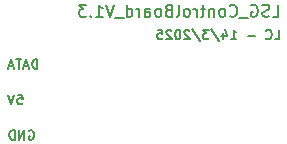
<source format=gbo>
G04 #@! TF.GenerationSoftware,KiCad,Pcbnew,8.0.4*
G04 #@! TF.CreationDate,2025-02-17T13:51:32+11:00*
G04 #@! TF.ProjectId,LSG,4c53472e-6b69-4636-9164-5f7063625858,rev?*
G04 #@! TF.SameCoordinates,Original*
G04 #@! TF.FileFunction,Legend,Bot*
G04 #@! TF.FilePolarity,Positive*
%FSLAX46Y46*%
G04 Gerber Fmt 4.6, Leading zero omitted, Abs format (unit mm)*
G04 Created by KiCad (PCBNEW 8.0.4) date 2025-02-17 13:51:32*
%MOMM*%
%LPD*%
G01*
G04 APERTURE LIST*
%ADD10C,0.160000*%
%ADD11C,0.200000*%
%ADD12C,2.200000*%
%ADD13C,1.000000*%
%ADD14R,1.500000X1.500000*%
%ADD15O,1.700000X1.100000*%
%ADD16R,1.700000X1.700000*%
%ADD17O,1.700000X1.700000*%
G04 APERTURE END LIST*
D10*
X-32245739Y2638224D02*
X-32245739Y3438224D01*
X-32245739Y3438224D02*
X-32436215Y3438224D01*
X-32436215Y3438224D02*
X-32550501Y3400129D01*
X-32550501Y3400129D02*
X-32626691Y3323939D01*
X-32626691Y3323939D02*
X-32664786Y3247748D01*
X-32664786Y3247748D02*
X-32702882Y3095367D01*
X-32702882Y3095367D02*
X-32702882Y2981081D01*
X-32702882Y2981081D02*
X-32664786Y2828700D01*
X-32664786Y2828700D02*
X-32626691Y2752510D01*
X-32626691Y2752510D02*
X-32550501Y2676320D01*
X-32550501Y2676320D02*
X-32436215Y2638224D01*
X-32436215Y2638224D02*
X-32245739Y2638224D01*
X-33007643Y2866796D02*
X-33388596Y2866796D01*
X-32931453Y2638224D02*
X-33198120Y3438224D01*
X-33198120Y3438224D02*
X-33464786Y2638224D01*
X-33617167Y3438224D02*
X-34074310Y3438224D01*
X-33845738Y2638224D02*
X-33845738Y3438224D01*
X-34302881Y2866796D02*
X-34683834Y2866796D01*
X-34226691Y2638224D02*
X-34493358Y3438224D01*
X-34493358Y3438224D02*
X-34760024Y2638224D01*
X-33926691Y438224D02*
X-33545739Y438224D01*
X-33545739Y438224D02*
X-33507643Y57272D01*
X-33507643Y57272D02*
X-33545739Y95367D01*
X-33545739Y95367D02*
X-33621929Y133462D01*
X-33621929Y133462D02*
X-33812405Y133462D01*
X-33812405Y133462D02*
X-33888596Y95367D01*
X-33888596Y95367D02*
X-33926691Y57272D01*
X-33926691Y57272D02*
X-33964786Y-18918D01*
X-33964786Y-18918D02*
X-33964786Y-209394D01*
X-33964786Y-209394D02*
X-33926691Y-285584D01*
X-33926691Y-285584D02*
X-33888596Y-323680D01*
X-33888596Y-323680D02*
X-33812405Y-361775D01*
X-33812405Y-361775D02*
X-33621929Y-361775D01*
X-33621929Y-361775D02*
X-33545739Y-323680D01*
X-33545739Y-323680D02*
X-33507643Y-285584D01*
X-34193358Y438224D02*
X-34460025Y-361775D01*
X-34460025Y-361775D02*
X-34726691Y438224D01*
X-32964786Y-2599870D02*
X-32888596Y-2561775D01*
X-32888596Y-2561775D02*
X-32774310Y-2561775D01*
X-32774310Y-2561775D02*
X-32660024Y-2599870D01*
X-32660024Y-2599870D02*
X-32583834Y-2676060D01*
X-32583834Y-2676060D02*
X-32545739Y-2752251D01*
X-32545739Y-2752251D02*
X-32507643Y-2904632D01*
X-32507643Y-2904632D02*
X-32507643Y-3018918D01*
X-32507643Y-3018918D02*
X-32545739Y-3171299D01*
X-32545739Y-3171299D02*
X-32583834Y-3247489D01*
X-32583834Y-3247489D02*
X-32660024Y-3323680D01*
X-32660024Y-3323680D02*
X-32774310Y-3361775D01*
X-32774310Y-3361775D02*
X-32850501Y-3361775D01*
X-32850501Y-3361775D02*
X-32964786Y-3323680D01*
X-32964786Y-3323680D02*
X-33002882Y-3285584D01*
X-33002882Y-3285584D02*
X-33002882Y-3018918D01*
X-33002882Y-3018918D02*
X-32850501Y-3018918D01*
X-33345739Y-3361775D02*
X-33345739Y-2561775D01*
X-33345739Y-2561775D02*
X-33802882Y-3361775D01*
X-33802882Y-3361775D02*
X-33802882Y-2561775D01*
X-34183834Y-3361775D02*
X-34183834Y-2561775D01*
X-34183834Y-2561775D02*
X-34374310Y-2561775D01*
X-34374310Y-2561775D02*
X-34488596Y-2599870D01*
X-34488596Y-2599870D02*
X-34564786Y-2676060D01*
X-34564786Y-2676060D02*
X-34602881Y-2752251D01*
X-34602881Y-2752251D02*
X-34640977Y-2904632D01*
X-34640977Y-2904632D02*
X-34640977Y-3018918D01*
X-34640977Y-3018918D02*
X-34602881Y-3171299D01*
X-34602881Y-3171299D02*
X-34564786Y-3247489D01*
X-34564786Y-3247489D02*
X-34488596Y-3323680D01*
X-34488596Y-3323680D02*
X-34374310Y-3361775D01*
X-34374310Y-3361775D02*
X-34183834Y-3361775D01*
D11*
X-12345863Y7047780D02*
X-11869673Y7047780D01*
X-11869673Y7047780D02*
X-11869673Y8047780D01*
X-12631578Y7095400D02*
X-12774435Y7047780D01*
X-12774435Y7047780D02*
X-13012530Y7047780D01*
X-13012530Y7047780D02*
X-13107768Y7095400D01*
X-13107768Y7095400D02*
X-13155387Y7143019D01*
X-13155387Y7143019D02*
X-13203006Y7238257D01*
X-13203006Y7238257D02*
X-13203006Y7333495D01*
X-13203006Y7333495D02*
X-13155387Y7428733D01*
X-13155387Y7428733D02*
X-13107768Y7476352D01*
X-13107768Y7476352D02*
X-13012530Y7523971D01*
X-13012530Y7523971D02*
X-12822054Y7571590D01*
X-12822054Y7571590D02*
X-12726816Y7619209D01*
X-12726816Y7619209D02*
X-12679197Y7666828D01*
X-12679197Y7666828D02*
X-12631578Y7762066D01*
X-12631578Y7762066D02*
X-12631578Y7857304D01*
X-12631578Y7857304D02*
X-12679197Y7952542D01*
X-12679197Y7952542D02*
X-12726816Y8000161D01*
X-12726816Y8000161D02*
X-12822054Y8047780D01*
X-12822054Y8047780D02*
X-13060149Y8047780D01*
X-13060149Y8047780D02*
X-13203006Y8000161D01*
X-14155387Y8000161D02*
X-14060149Y8047780D01*
X-14060149Y8047780D02*
X-13917292Y8047780D01*
X-13917292Y8047780D02*
X-13774435Y8000161D01*
X-13774435Y8000161D02*
X-13679197Y7904923D01*
X-13679197Y7904923D02*
X-13631578Y7809685D01*
X-13631578Y7809685D02*
X-13583959Y7619209D01*
X-13583959Y7619209D02*
X-13583959Y7476352D01*
X-13583959Y7476352D02*
X-13631578Y7285876D01*
X-13631578Y7285876D02*
X-13679197Y7190638D01*
X-13679197Y7190638D02*
X-13774435Y7095400D01*
X-13774435Y7095400D02*
X-13917292Y7047780D01*
X-13917292Y7047780D02*
X-14012530Y7047780D01*
X-14012530Y7047780D02*
X-14155387Y7095400D01*
X-14155387Y7095400D02*
X-14203006Y7143019D01*
X-14203006Y7143019D02*
X-14203006Y7476352D01*
X-14203006Y7476352D02*
X-14012530Y7476352D01*
X-14393483Y6952542D02*
X-15155387Y6952542D01*
X-15964911Y7143019D02*
X-15917292Y7095400D01*
X-15917292Y7095400D02*
X-15774435Y7047780D01*
X-15774435Y7047780D02*
X-15679197Y7047780D01*
X-15679197Y7047780D02*
X-15536340Y7095400D01*
X-15536340Y7095400D02*
X-15441102Y7190638D01*
X-15441102Y7190638D02*
X-15393483Y7285876D01*
X-15393483Y7285876D02*
X-15345864Y7476352D01*
X-15345864Y7476352D02*
X-15345864Y7619209D01*
X-15345864Y7619209D02*
X-15393483Y7809685D01*
X-15393483Y7809685D02*
X-15441102Y7904923D01*
X-15441102Y7904923D02*
X-15536340Y8000161D01*
X-15536340Y8000161D02*
X-15679197Y8047780D01*
X-15679197Y8047780D02*
X-15774435Y8047780D01*
X-15774435Y8047780D02*
X-15917292Y8000161D01*
X-15917292Y8000161D02*
X-15964911Y7952542D01*
X-16536340Y7047780D02*
X-16441102Y7095400D01*
X-16441102Y7095400D02*
X-16393483Y7143019D01*
X-16393483Y7143019D02*
X-16345864Y7238257D01*
X-16345864Y7238257D02*
X-16345864Y7523971D01*
X-16345864Y7523971D02*
X-16393483Y7619209D01*
X-16393483Y7619209D02*
X-16441102Y7666828D01*
X-16441102Y7666828D02*
X-16536340Y7714447D01*
X-16536340Y7714447D02*
X-16679197Y7714447D01*
X-16679197Y7714447D02*
X-16774435Y7666828D01*
X-16774435Y7666828D02*
X-16822054Y7619209D01*
X-16822054Y7619209D02*
X-16869673Y7523971D01*
X-16869673Y7523971D02*
X-16869673Y7238257D01*
X-16869673Y7238257D02*
X-16822054Y7143019D01*
X-16822054Y7143019D02*
X-16774435Y7095400D01*
X-16774435Y7095400D02*
X-16679197Y7047780D01*
X-16679197Y7047780D02*
X-16536340Y7047780D01*
X-17298245Y7714447D02*
X-17298245Y7047780D01*
X-17298245Y7619209D02*
X-17345864Y7666828D01*
X-17345864Y7666828D02*
X-17441102Y7714447D01*
X-17441102Y7714447D02*
X-17583959Y7714447D01*
X-17583959Y7714447D02*
X-17679197Y7666828D01*
X-17679197Y7666828D02*
X-17726816Y7571590D01*
X-17726816Y7571590D02*
X-17726816Y7047780D01*
X-18060150Y7714447D02*
X-18441102Y7714447D01*
X-18203007Y8047780D02*
X-18203007Y7190638D01*
X-18203007Y7190638D02*
X-18250626Y7095400D01*
X-18250626Y7095400D02*
X-18345864Y7047780D01*
X-18345864Y7047780D02*
X-18441102Y7047780D01*
X-18774436Y7047780D02*
X-18774436Y7714447D01*
X-18774436Y7523971D02*
X-18822055Y7619209D01*
X-18822055Y7619209D02*
X-18869674Y7666828D01*
X-18869674Y7666828D02*
X-18964912Y7714447D01*
X-18964912Y7714447D02*
X-19060150Y7714447D01*
X-19536341Y7047780D02*
X-19441103Y7095400D01*
X-19441103Y7095400D02*
X-19393484Y7143019D01*
X-19393484Y7143019D02*
X-19345865Y7238257D01*
X-19345865Y7238257D02*
X-19345865Y7523971D01*
X-19345865Y7523971D02*
X-19393484Y7619209D01*
X-19393484Y7619209D02*
X-19441103Y7666828D01*
X-19441103Y7666828D02*
X-19536341Y7714447D01*
X-19536341Y7714447D02*
X-19679198Y7714447D01*
X-19679198Y7714447D02*
X-19774436Y7666828D01*
X-19774436Y7666828D02*
X-19822055Y7619209D01*
X-19822055Y7619209D02*
X-19869674Y7523971D01*
X-19869674Y7523971D02*
X-19869674Y7238257D01*
X-19869674Y7238257D02*
X-19822055Y7143019D01*
X-19822055Y7143019D02*
X-19774436Y7095400D01*
X-19774436Y7095400D02*
X-19679198Y7047780D01*
X-19679198Y7047780D02*
X-19536341Y7047780D01*
X-20441103Y7047780D02*
X-20345865Y7095400D01*
X-20345865Y7095400D02*
X-20298246Y7190638D01*
X-20298246Y7190638D02*
X-20298246Y8047780D01*
X-21155389Y7571590D02*
X-21298246Y7523971D01*
X-21298246Y7523971D02*
X-21345865Y7476352D01*
X-21345865Y7476352D02*
X-21393484Y7381114D01*
X-21393484Y7381114D02*
X-21393484Y7238257D01*
X-21393484Y7238257D02*
X-21345865Y7143019D01*
X-21345865Y7143019D02*
X-21298246Y7095400D01*
X-21298246Y7095400D02*
X-21203008Y7047780D01*
X-21203008Y7047780D02*
X-20822056Y7047780D01*
X-20822056Y7047780D02*
X-20822056Y8047780D01*
X-20822056Y8047780D02*
X-21155389Y8047780D01*
X-21155389Y8047780D02*
X-21250627Y8000161D01*
X-21250627Y8000161D02*
X-21298246Y7952542D01*
X-21298246Y7952542D02*
X-21345865Y7857304D01*
X-21345865Y7857304D02*
X-21345865Y7762066D01*
X-21345865Y7762066D02*
X-21298246Y7666828D01*
X-21298246Y7666828D02*
X-21250627Y7619209D01*
X-21250627Y7619209D02*
X-21155389Y7571590D01*
X-21155389Y7571590D02*
X-20822056Y7571590D01*
X-21964913Y7047780D02*
X-21869675Y7095400D01*
X-21869675Y7095400D02*
X-21822056Y7143019D01*
X-21822056Y7143019D02*
X-21774437Y7238257D01*
X-21774437Y7238257D02*
X-21774437Y7523971D01*
X-21774437Y7523971D02*
X-21822056Y7619209D01*
X-21822056Y7619209D02*
X-21869675Y7666828D01*
X-21869675Y7666828D02*
X-21964913Y7714447D01*
X-21964913Y7714447D02*
X-22107770Y7714447D01*
X-22107770Y7714447D02*
X-22203008Y7666828D01*
X-22203008Y7666828D02*
X-22250627Y7619209D01*
X-22250627Y7619209D02*
X-22298246Y7523971D01*
X-22298246Y7523971D02*
X-22298246Y7238257D01*
X-22298246Y7238257D02*
X-22250627Y7143019D01*
X-22250627Y7143019D02*
X-22203008Y7095400D01*
X-22203008Y7095400D02*
X-22107770Y7047780D01*
X-22107770Y7047780D02*
X-21964913Y7047780D01*
X-23155389Y7047780D02*
X-23155389Y7571590D01*
X-23155389Y7571590D02*
X-23107770Y7666828D01*
X-23107770Y7666828D02*
X-23012532Y7714447D01*
X-23012532Y7714447D02*
X-22822056Y7714447D01*
X-22822056Y7714447D02*
X-22726818Y7666828D01*
X-23155389Y7095400D02*
X-23060151Y7047780D01*
X-23060151Y7047780D02*
X-22822056Y7047780D01*
X-22822056Y7047780D02*
X-22726818Y7095400D01*
X-22726818Y7095400D02*
X-22679199Y7190638D01*
X-22679199Y7190638D02*
X-22679199Y7285876D01*
X-22679199Y7285876D02*
X-22726818Y7381114D01*
X-22726818Y7381114D02*
X-22822056Y7428733D01*
X-22822056Y7428733D02*
X-23060151Y7428733D01*
X-23060151Y7428733D02*
X-23155389Y7476352D01*
X-23631580Y7047780D02*
X-23631580Y7714447D01*
X-23631580Y7523971D02*
X-23679199Y7619209D01*
X-23679199Y7619209D02*
X-23726818Y7666828D01*
X-23726818Y7666828D02*
X-23822056Y7714447D01*
X-23822056Y7714447D02*
X-23917294Y7714447D01*
X-24679199Y7047780D02*
X-24679199Y8047780D01*
X-24679199Y7095400D02*
X-24583961Y7047780D01*
X-24583961Y7047780D02*
X-24393485Y7047780D01*
X-24393485Y7047780D02*
X-24298247Y7095400D01*
X-24298247Y7095400D02*
X-24250628Y7143019D01*
X-24250628Y7143019D02*
X-24203009Y7238257D01*
X-24203009Y7238257D02*
X-24203009Y7523971D01*
X-24203009Y7523971D02*
X-24250628Y7619209D01*
X-24250628Y7619209D02*
X-24298247Y7666828D01*
X-24298247Y7666828D02*
X-24393485Y7714447D01*
X-24393485Y7714447D02*
X-24583961Y7714447D01*
X-24583961Y7714447D02*
X-24679199Y7666828D01*
X-24917295Y6952542D02*
X-25679199Y6952542D01*
X-25774438Y8047780D02*
X-26107771Y7047780D01*
X-26107771Y7047780D02*
X-26441104Y8047780D01*
X-27298247Y7047780D02*
X-26726819Y7047780D01*
X-27012533Y7047780D02*
X-27012533Y8047780D01*
X-27012533Y8047780D02*
X-26917295Y7904923D01*
X-26917295Y7904923D02*
X-26822057Y7809685D01*
X-26822057Y7809685D02*
X-26726819Y7762066D01*
X-27726819Y7143019D02*
X-27774438Y7095400D01*
X-27774438Y7095400D02*
X-27726819Y7047780D01*
X-27726819Y7047780D02*
X-27679200Y7095400D01*
X-27679200Y7095400D02*
X-27726819Y7143019D01*
X-27726819Y7143019D02*
X-27726819Y7047780D01*
X-28107771Y8047780D02*
X-28726818Y8047780D01*
X-28726818Y8047780D02*
X-28393485Y7666828D01*
X-28393485Y7666828D02*
X-28536342Y7666828D01*
X-28536342Y7666828D02*
X-28631580Y7619209D01*
X-28631580Y7619209D02*
X-28679199Y7571590D01*
X-28679199Y7571590D02*
X-28726818Y7476352D01*
X-28726818Y7476352D02*
X-28726818Y7238257D01*
X-28726818Y7238257D02*
X-28679199Y7143019D01*
X-28679199Y7143019D02*
X-28631580Y7095400D01*
X-28631580Y7095400D02*
X-28536342Y7047780D01*
X-28536342Y7047780D02*
X-28250628Y7047780D01*
X-28250628Y7047780D02*
X-28155390Y7095400D01*
X-28155390Y7095400D02*
X-28107771Y7143019D01*
D10*
X-12176691Y5138224D02*
X-11795739Y5138224D01*
X-11795739Y5138224D02*
X-11795739Y5938224D01*
X-12900501Y5214415D02*
X-12862405Y5176320D01*
X-12862405Y5176320D02*
X-12748120Y5138224D01*
X-12748120Y5138224D02*
X-12671929Y5138224D01*
X-12671929Y5138224D02*
X-12557643Y5176320D01*
X-12557643Y5176320D02*
X-12481453Y5252510D01*
X-12481453Y5252510D02*
X-12443358Y5328700D01*
X-12443358Y5328700D02*
X-12405262Y5481081D01*
X-12405262Y5481081D02*
X-12405262Y5595367D01*
X-12405262Y5595367D02*
X-12443358Y5747748D01*
X-12443358Y5747748D02*
X-12481453Y5823939D01*
X-12481453Y5823939D02*
X-12557643Y5900129D01*
X-12557643Y5900129D02*
X-12671929Y5938224D01*
X-12671929Y5938224D02*
X-12748120Y5938224D01*
X-12748120Y5938224D02*
X-12862405Y5900129D01*
X-12862405Y5900129D02*
X-12900501Y5862034D01*
X-13852882Y5442986D02*
X-14462406Y5442986D01*
X-15871929Y5138224D02*
X-15414786Y5138224D01*
X-15643358Y5138224D02*
X-15643358Y5938224D01*
X-15643358Y5938224D02*
X-15567167Y5823939D01*
X-15567167Y5823939D02*
X-15490977Y5747748D01*
X-15490977Y5747748D02*
X-15414786Y5709653D01*
X-16557644Y5671558D02*
X-16557644Y5138224D01*
X-16367168Y5976320D02*
X-16176691Y5404891D01*
X-16176691Y5404891D02*
X-16671930Y5404891D01*
X-17548120Y5976320D02*
X-16862406Y4947748D01*
X-17738596Y5938224D02*
X-18233834Y5938224D01*
X-18233834Y5938224D02*
X-17967168Y5633462D01*
X-17967168Y5633462D02*
X-18081453Y5633462D01*
X-18081453Y5633462D02*
X-18157644Y5595367D01*
X-18157644Y5595367D02*
X-18195739Y5557272D01*
X-18195739Y5557272D02*
X-18233834Y5481081D01*
X-18233834Y5481081D02*
X-18233834Y5290605D01*
X-18233834Y5290605D02*
X-18195739Y5214415D01*
X-18195739Y5214415D02*
X-18157644Y5176320D01*
X-18157644Y5176320D02*
X-18081453Y5138224D01*
X-18081453Y5138224D02*
X-17852882Y5138224D01*
X-17852882Y5138224D02*
X-17776691Y5176320D01*
X-17776691Y5176320D02*
X-17738596Y5214415D01*
X-19148120Y5976320D02*
X-18462406Y4947748D01*
X-19376691Y5862034D02*
X-19414787Y5900129D01*
X-19414787Y5900129D02*
X-19490977Y5938224D01*
X-19490977Y5938224D02*
X-19681453Y5938224D01*
X-19681453Y5938224D02*
X-19757644Y5900129D01*
X-19757644Y5900129D02*
X-19795739Y5862034D01*
X-19795739Y5862034D02*
X-19833834Y5785843D01*
X-19833834Y5785843D02*
X-19833834Y5709653D01*
X-19833834Y5709653D02*
X-19795739Y5595367D01*
X-19795739Y5595367D02*
X-19338596Y5138224D01*
X-19338596Y5138224D02*
X-19833834Y5138224D01*
X-20329073Y5938224D02*
X-20405263Y5938224D01*
X-20405263Y5938224D02*
X-20481454Y5900129D01*
X-20481454Y5900129D02*
X-20519549Y5862034D01*
X-20519549Y5862034D02*
X-20557644Y5785843D01*
X-20557644Y5785843D02*
X-20595739Y5633462D01*
X-20595739Y5633462D02*
X-20595739Y5442986D01*
X-20595739Y5442986D02*
X-20557644Y5290605D01*
X-20557644Y5290605D02*
X-20519549Y5214415D01*
X-20519549Y5214415D02*
X-20481454Y5176320D01*
X-20481454Y5176320D02*
X-20405263Y5138224D01*
X-20405263Y5138224D02*
X-20329073Y5138224D01*
X-20329073Y5138224D02*
X-20252882Y5176320D01*
X-20252882Y5176320D02*
X-20214787Y5214415D01*
X-20214787Y5214415D02*
X-20176692Y5290605D01*
X-20176692Y5290605D02*
X-20138596Y5442986D01*
X-20138596Y5442986D02*
X-20138596Y5633462D01*
X-20138596Y5633462D02*
X-20176692Y5785843D01*
X-20176692Y5785843D02*
X-20214787Y5862034D01*
X-20214787Y5862034D02*
X-20252882Y5900129D01*
X-20252882Y5900129D02*
X-20329073Y5938224D01*
X-20900501Y5862034D02*
X-20938597Y5900129D01*
X-20938597Y5900129D02*
X-21014787Y5938224D01*
X-21014787Y5938224D02*
X-21205263Y5938224D01*
X-21205263Y5938224D02*
X-21281454Y5900129D01*
X-21281454Y5900129D02*
X-21319549Y5862034D01*
X-21319549Y5862034D02*
X-21357644Y5785843D01*
X-21357644Y5785843D02*
X-21357644Y5709653D01*
X-21357644Y5709653D02*
X-21319549Y5595367D01*
X-21319549Y5595367D02*
X-20862406Y5138224D01*
X-20862406Y5138224D02*
X-21357644Y5138224D01*
X-22081454Y5938224D02*
X-21700502Y5938224D01*
X-21700502Y5938224D02*
X-21662406Y5557272D01*
X-21662406Y5557272D02*
X-21700502Y5595367D01*
X-21700502Y5595367D02*
X-21776692Y5633462D01*
X-21776692Y5633462D02*
X-21967168Y5633462D01*
X-21967168Y5633462D02*
X-22043359Y5595367D01*
X-22043359Y5595367D02*
X-22081454Y5557272D01*
X-22081454Y5557272D02*
X-22119549Y5481081D01*
X-22119549Y5481081D02*
X-22119549Y5290605D01*
X-22119549Y5290605D02*
X-22081454Y5214415D01*
X-22081454Y5214415D02*
X-22043359Y5176320D01*
X-22043359Y5176320D02*
X-21967168Y5138224D01*
X-21967168Y5138224D02*
X-21776692Y5138224D01*
X-21776692Y5138224D02*
X-21700502Y5176320D01*
X-21700502Y5176320D02*
X-21662406Y5214415D01*
%LPC*%
D12*
X-35500001Y-7000001D03*
D13*
X-2500000Y7000000D03*
D14*
X-36000000Y-3000000D03*
D12*
X-35500001Y7000001D03*
D13*
X18825000Y-7750000D03*
D15*
X32000000Y-4320000D03*
X35800000Y-4320000D03*
X32000000Y4320000D03*
X35800000Y4320000D03*
D14*
X-36000000Y3000000D03*
D12*
X35500000Y-7000000D03*
D16*
X15000000Y7500000D03*
D17*
X17540000Y7500000D03*
X20080000Y7500000D03*
X22620000Y7500000D03*
X25160000Y7500000D03*
X27700000Y7500000D03*
D12*
X35500000Y7000000D03*
D14*
X-36000000Y0D03*
D13*
X-2500000Y-7000000D03*
%LPD*%
M02*

</source>
